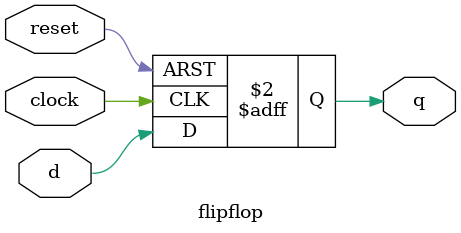
<source format=sv>
`timescale 1ns / 1ps


module flipflop(
    input clock,
//    output reg q, //wire - combination - default
    output logic q, //wire - combination - default
    input reset, //logic = wire and reg
    input d
    );
    

    always @(posedge clock or posedge reset)//down -> up changes - async 
        

// always @(posedge clock)//down -> up changes
    
   if (reset) begin
        q<= 1'b0;// = - for wire = comb <= not
        
   end else begin
        q<=d;
        end

    
endmodule

</source>
